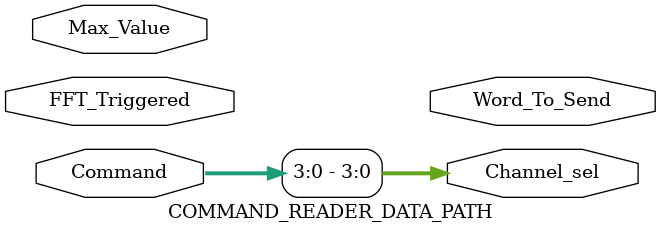
<source format=v>
`timescale 1ns / 1ps


module COMMAND_READER_DATA_PATH(

    input [7:0] Command,
    input FFT_Triggered,
    input [7:0] Max_Value,
    
    output [7:0] Word_To_Send,
    output [3:0] Channel_sel

);


    assign Channel_sel = Command[3:0];










endmodule

</source>
